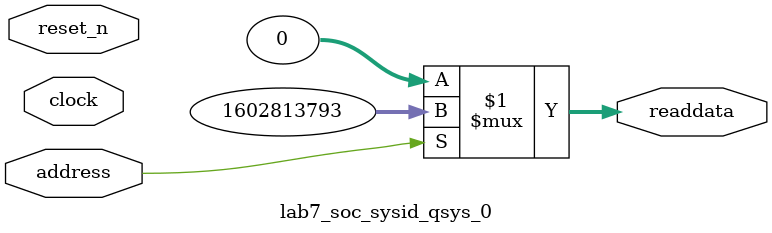
<source format=v>



// synthesis translate_off
`timescale 1ns / 1ps
// synthesis translate_on

// turn off superfluous verilog processor warnings 
// altera message_level Level1 
// altera message_off 10034 10035 10036 10037 10230 10240 10030 

module lab7_soc_sysid_qsys_0 (
               // inputs:
                address,
                clock,
                reset_n,

               // outputs:
                readdata
             )
;

  output  [ 31: 0] readdata;
  input            address;
  input            clock;
  input            reset_n;

  wire    [ 31: 0] readdata;
  //control_slave, which is an e_avalon_slave
  assign readdata = address ? 1602813793 : 0;

endmodule



</source>
